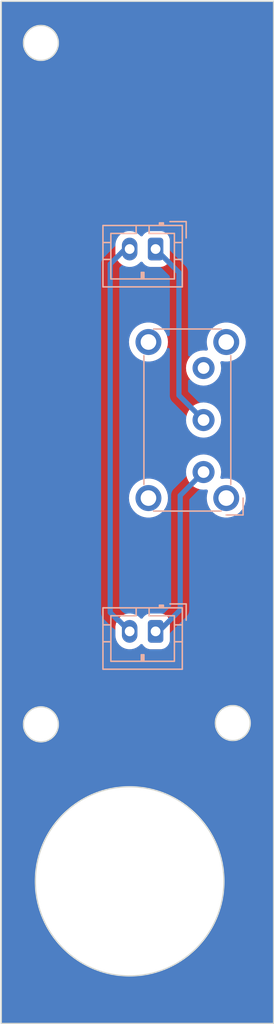
<source format=kicad_pcb>
(kicad_pcb (version 20221018) (generator pcbnew)
  (layers (0 "F.Cu" signal) (31 "B.Cu" signal) (34 "B.Paste" user) (35 "F.Paste" user) (36 "B.SilkS" user "B.Silkscreen") (37 "F.SilkS" user "F.Silkscreen") (38 "B.Mask" user) (39 "F.Mask" user) (44 "Edge.Cuts" user))
  (net 0 "")
  (net 1 "Net-(J1-Pin_1)")
  (net 2 "Net-(J1-Pin_2)")
  (net 3 "Net-(J2-Pin_1)")
  (footprint "Button_Switch_THT:SW_E-Switch_EG1224_SPDT_Angled" (layer "B.Cu") (at 132.1 84.1 90)
    (fp_text reference "SW1" hide)
    (fp_text value "SW_SPST" hide)
    (fp_line (start -3.3 1.75) (end -3.3 3.05) (stroke (width 0.12)) (layer "B.SilkS"))
    (fp_line (start -3.3 3.05) (end -2 3.05) (stroke (width 0.12)) (layer "B.SilkS"))
    (fp_line (start -3 -3.85) (end -3 1.35) (stroke (width 0.12)) (layer "B.SilkS"))
    (fp_line (start -0.95 2.1) (end 8.95 2.1) (stroke (width 0.12)) (layer "B.SilkS"))
    (fp_line (start 8.95 -4.6) (end -0.95 -4.6) (stroke (width 0.12)) (layer "B.SilkS"))
    (fp_line (start 11 1.35) (end 11 -3.85) (stroke (width 0.12)) (layer "B.SilkS"))
    (pad "" thru_hole circle (at -2 -4.25 90) (size 2 2) (drill 1.2) (layers "*.Cu" "*.Mask"))
    (pad "" thru_hole circle (at -2 1.75 90) (size 2 2) (drill 1.2) (layers "*.Cu" "*.Mask"))
    (pad "" thru_hole circle (at 10 -4.25 90) (size 2 2) (drill 1.2) (layers "*.Cu" "*.Mask"))
    (pad "" thru_hole circle (at 10 1.75 90) (size 2 2) (drill 1.2) (layers "*.Cu" "*.Mask"))
    (pad "1" thru_hole circle (at 0 0 90) (size 1.7 1.7) (drill 0.9) (layers "*.Cu" "*.Mask") (net 3 "Net-(J2-Pin_1)"))
    (pad "2" thru_hole circle (at 4 0 90) (size 1.7 1.7) (drill 0.9) (layers "*.Cu" "*.Mask") (net 1 "Net-(J1-Pin_1)"))
    (pad "3" thru_hole circle (at 8 0 90) (size 1.7 1.7) (drill 0.9) (layers "*.Cu" "*.Mask"))
  )
  (footprint "Connector_JST:JST_PH_B2B-PH-K_1x02_P2.00mm_Vertical" (layer "B.Cu") (at 128.4 96.35 180)
    (fp_text reference "J2" hide)
    (fp_text value "Conn_01x02_Socket" hide)
    (fp_line (start -2.36 2.11) (end -2.36 0.86) (stroke (width 0.12)) (layer "B.SilkS"))
    (fp_line (start -2.06 -2.91) (end 4.06 -2.91) (stroke (width 0.12)) (layer "B.SilkS"))
    (fp_line (start -2.06 -0.8) (end -1.45 -0.8) (stroke (width 0.12)) (layer "B.SilkS"))
    (fp_line (start -2.06 0.5) (end -1.45 0.5) (stroke (width 0.12)) (layer "B.SilkS"))
    (fp_line (start -2.06 1.81) (end -2.06 -2.91) (stroke (width 0.12)) (layer "B.SilkS"))
    (fp_line (start -1.45 -2.3) (end 3.45 -2.3) (stroke (width 0.12)) (layer "B.SilkS"))
    (fp_line (start -1.45 1.2) (end -1.45 -2.3) (stroke (width 0.12)) (layer "B.SilkS"))
    (fp_line (start -1.11 2.11) (end -2.36 2.11) (stroke (width 0.12)) (layer "B.SilkS"))
    (fp_line (start -0.6 2.01) (end -0.6 1.81) (stroke (width 0.12)) (layer "B.SilkS"))
    (fp_line (start -0.3 1.81) (end -0.3 2.01) (stroke (width 0.12)) (layer "B.SilkS"))
    (fp_line (start -0.3 1.91) (end -0.6 1.91) (stroke (width 0.12)) (layer "B.SilkS"))
    (fp_line (start -0.3 2.01) (end -0.6 2.01) (stroke (width 0.12)) (layer "B.SilkS"))
    (fp_line (start 0.5 1.2) (end -1.45 1.2) (stroke (width 0.12)) (layer "B.SilkS"))
    (fp_line (start 0.5 1.81) (end 0.5 1.2) (stroke (width 0.12)) (layer "B.SilkS"))
    (fp_line (start 0.9 -2.3) (end 0.9 -1.8) (stroke (width 0.12)) (layer "B.SilkS"))
    (fp_line (start 0.9 -1.8) (end 1.1 -1.8) (stroke (width 0.12)) (layer "B.SilkS"))
    (fp_line (start 1 -2.3) (end 1 -1.8) (stroke (width 0.12)) (layer "B.SilkS"))
    (fp_line (start 1.1 -1.8) (end 1.1 -2.3) (stroke (width 0.12)) (layer "B.SilkS"))
    (fp_line (start 1.5 1.2) (end 1.5 1.81) (stroke (width 0.12)) (layer "B.SilkS"))
    (fp_line (start 3.45 -2.3) (end 3.45 1.2) (stroke (width 0.12)) (layer "B.SilkS"))
    (fp_line (start 3.45 1.2) (end 1.5 1.2) (stroke (width 0.12)) (layer "B.SilkS"))
    (fp_line (start 4.06 -2.91) (end 4.06 1.81) (stroke (width 0.12)) (layer "B.SilkS"))
    (fp_line (start 4.06 -0.8) (end 3.45 -0.8) (stroke (width 0.12)) (layer "B.SilkS"))
    (fp_line (start 4.06 0.5) (end 3.45 0.5) (stroke (width 0.12)) (layer "B.SilkS"))
    (fp_line (start 4.06 1.81) (end -2.06 1.81) (stroke (width 0.12)) (layer "B.SilkS"))
    (pad "1" thru_hole roundrect (at 0 0 180) (size 1.2 1.75) (drill 0.75) (layers "*.Cu" "*.Mask") (roundrect_rratio 0.2083333333) (net 3 "Net-(J2-Pin_1)"))
    (pad "2" thru_hole oval (at 2 0 180) (size 1.2 1.75) (drill 0.75) (layers "*.Cu" "*.Mask") (net 2 "Net-(J1-Pin_2)"))
  )
  (footprint "Connector_JST:JST_PH_B2B-PH-K_1x02_P2.00mm_Vertical" (layer "B.Cu") (at 128.4 66.95 180)
    (fp_text reference "J1" hide)
    (fp_text value "Conn_01x02_Pin" hide)
    (fp_line (start -2.36 2.11) (end -2.36 0.86) (stroke (width 0.12)) (layer "B.SilkS"))
    (fp_line (start -2.06 -2.91) (end 4.06 -2.91) (stroke (width 0.12)) (layer "B.SilkS"))
    (fp_line (start -2.06 -0.8) (end -1.45 -0.8) (stroke (width 0.12)) (layer "B.SilkS"))
    (fp_line (start -2.06 0.5) (end -1.45 0.5) (stroke (width 0.12)) (layer "B.SilkS"))
    (fp_line (start -2.06 1.81) (end -2.06 -2.91) (stroke (width 0.12)) (layer "B.SilkS"))
    (fp_line (start -1.45 -2.3) (end 3.45 -2.3) (stroke (width 0.12)) (layer "B.SilkS"))
    (fp_line (start -1.45 1.2) (end -1.45 -2.3) (stroke (width 0.12)) (layer "B.SilkS"))
    (fp_line (start -1.11 2.11) (end -2.36 2.11) (stroke (width 0.12)) (layer "B.SilkS"))
    (fp_line (start -0.6 2.01) (end -0.6 1.81) (stroke (width 0.12)) (layer "B.SilkS"))
    (fp_line (start -0.3 1.81) (end -0.3 2.01) (stroke (width 0.12)) (layer "B.SilkS"))
    (fp_line (start -0.3 1.91) (end -0.6 1.91) (stroke (width 0.12)) (layer "B.SilkS"))
    (fp_line (start -0.3 2.01) (end -0.6 2.01) (stroke (width 0.12)) (layer "B.SilkS"))
    (fp_line (start 0.5 1.2) (end -1.45 1.2) (stroke (width 0.12)) (layer "B.SilkS"))
    (fp_line (start 0.5 1.81) (end 0.5 1.2) (stroke (width 0.12)) (layer "B.SilkS"))
    (fp_line (start 0.9 -2.3) (end 0.9 -1.8) (stroke (width 0.12)) (layer "B.SilkS"))
    (fp_line (start 0.9 -1.8) (end 1.1 -1.8) (stroke (width 0.12)) (layer "B.SilkS"))
    (fp_line (start 1 -2.3) (end 1 -1.8) (stroke (width 0.12)) (layer "B.SilkS"))
    (fp_line (start 1.1 -1.8) (end 1.1 -2.3) (stroke (width 0.12)) (layer "B.SilkS"))
    (fp_line (start 1.5 1.2) (end 1.5 1.81) (stroke (width 0.12)) (layer "B.SilkS"))
    (fp_line (start 3.45 -2.3) (end 3.45 1.2) (stroke (width 0.12)) (layer "B.SilkS"))
    (fp_line (start 3.45 1.2) (end 1.5 1.2) (stroke (width 0.12)) (layer "B.SilkS"))
    (fp_line (start 4.06 -2.91) (end 4.06 1.81) (stroke (width 0.12)) (layer "B.SilkS"))
    (fp_line (start 4.06 -0.8) (end 3.45 -0.8) (stroke (width 0.12)) (layer "B.SilkS"))
    (fp_line (start 4.06 0.5) (end 3.45 0.5) (stroke (width 0.12)) (layer "B.SilkS"))
    (fp_line (start 4.06 1.81) (end -2.06 1.81) (stroke (width 0.12)) (layer "B.SilkS"))
    (pad "1" thru_hole roundrect (at 0 0 180) (size 1.2 1.75) (drill 0.75) (layers "*.Cu" "*.Mask") (roundrect_rratio 0.2083333333) (net 1 "Net-(J1-Pin_1)"))
    (pad "2" thru_hole oval (at 2 0 180) (size 1.2 1.75) (drill 0.75) (layers "*.Cu" "*.Mask") (net 2 "Net-(J1-Pin_2)"))
  )
  (gr_circle (center 126.4 115.571863) (end 130.2 121.771863) (stroke (width 0.1)) (fill none) (layer "Edge.Cuts"))
  (gr_circle (center 119.554638 103.5) (end 120.554638 104.4) (stroke (width 0.1)) (fill none) (layer "Edge.Cuts"))
  (gr_circle (center 119.554638 51.1) (end 120.554638 52) (stroke (width 0.1)) (fill none) (layer "Edge.Cuts"))
  (gr_rect (start 116.5 47.9) (end 137.5 126.5) (stroke (width 0.1)) (fill none) (layer "Edge.Cuts"))
  (gr_circle (center 134.354638 103.4) (end 135.354638 104.3) (stroke (width 0.1)) (fill none) (layer "Edge.Cuts"))
  (segment (start 128.4 66.95) (end 130.2 68.75) (width 0.4) (layer "B.Cu") (net 1))
  (segment (start 130.2 78.2) (end 132.1 80.1) (width 0.4) (layer "B.Cu") (net 1))
  (segment (start 130.2 68.75) (end 130.2 78.2) (width 0.4) (layer "B.Cu") (net 1))
  (segment (start 125.55 95.5) (end 126.4 96.35) (width 0.4) (layer "B.Cu") (net 2))
  (segment (start 126.05 66.95) (end 124.9 68.1) (width 0.4) (layer "B.Cu") (net 2))
  (segment (start 125.5 95.5) (end 125.55 95.5) (width 0.4) (layer "B.Cu") (net 2))
  (segment (start 126.4 66.95) (end 126.05 66.95) (width 0.4) (layer "B.Cu") (net 2))
  (segment (start 124.9 68.1) (end 124.9 94.9) (width 0.4) (layer "B.Cu") (net 2))
  (segment (start 124.9 94.9) (end 125.5 95.5) (width 0.4) (layer "B.Cu") (net 2))
  (segment (start 130.3 94.7) (end 128.65 96.35) (width 0.4) (layer "B.Cu") (net 3))
  (segment (start 128.65 96.35) (end 128.4 96.35) (width 0.4) (layer "B.Cu") (net 3))
  (segment (start 132.1 84.1) (end 130.3 85.9) (width 0.4) (layer "B.Cu") (net 3))
  (segment (start 130.3 85.9) (end 130.3 94.7) (width 0.4) (layer "B.Cu") (net 3))
  (zone (net 0) (net_name "") (layers "F&B.Cu") (connect_pads (clearance 0.5)) (min_thickness 0.25) (fill yes (thermal_gap 0.5) (thermal_bridge_width 0.5) (island_removal_mode 1) (island_area_min 10))
    (polygon (pts (xy 116.4 47.8) (xy 116.5 126.5) (xy 137.5 126.5) (xy 137.5 47.9)))
  )
)
</source>
